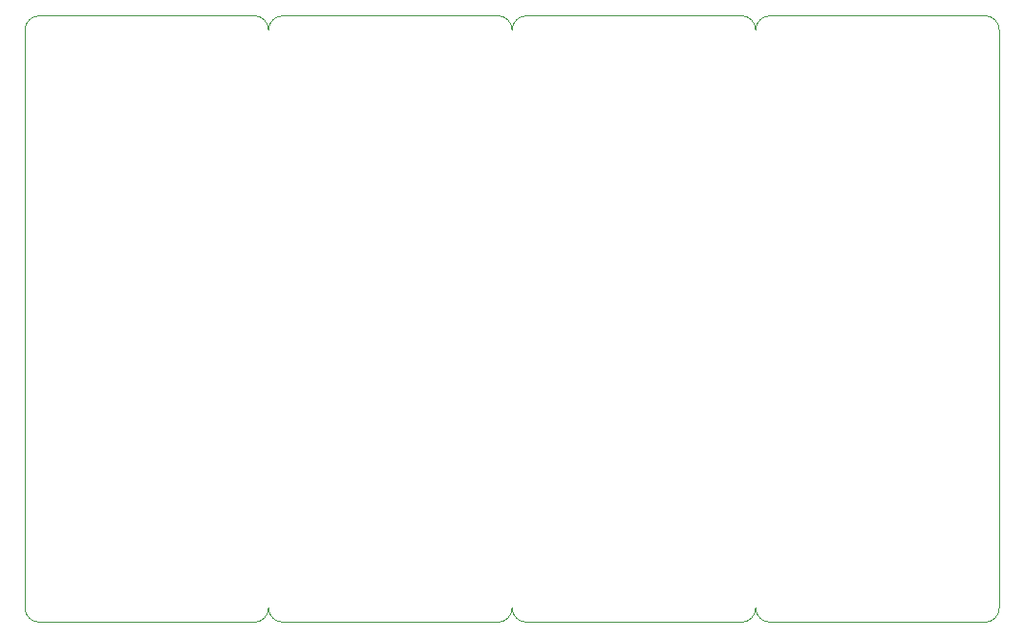
<source format=gbr>
%TF.GenerationSoftware,KiCad,Pcbnew,7.0.5*%
%TF.CreationDate,2025-02-11T02:47:10-05:00*%
%TF.ProjectId,ssr_load_switch,7373725f-6c6f-4616-945f-737769746368,rev?*%
%TF.SameCoordinates,Original*%
%TF.FileFunction,Profile,NP*%
%FSLAX46Y46*%
G04 Gerber Fmt 4.6, Leading zero omitted, Abs format (unit mm)*
G04 Created by KiCad (PCBNEW 7.0.5) date 2025-02-11 02:47:10*
%MOMM*%
%LPD*%
G01*
G04 APERTURE LIST*
%TA.AperFunction,Profile*%
%ADD10C,0.100000*%
%TD*%
G04 APERTURE END LIST*
D10*
X34044074Y-67310000D02*
G75*
G03*
X35314074Y-66040000I1J1269999D01*
G01*
X13724074Y-66040000D02*
G75*
G03*
X14994074Y-67310000I1269999J-1D01*
G01*
X35314074Y-14815000D02*
G75*
G03*
X34044074Y-13545000I-1269999J1D01*
G01*
X14994074Y-13545000D02*
G75*
G03*
X13724074Y-14815000I-1J-1269999D01*
G01*
X13724074Y-14815000D02*
X13724074Y-66040000D01*
X34044074Y-13545000D02*
X14994074Y-13545000D01*
X14994074Y-67310000D02*
X34044074Y-67310000D01*
X55634074Y-67310000D02*
G75*
G03*
X56904074Y-66040000I1J1269999D01*
G01*
X35314074Y-66040000D02*
G75*
G03*
X36584074Y-67310000I1269999J-1D01*
G01*
X56904074Y-14815000D02*
G75*
G03*
X55634074Y-13545000I-1269999J1D01*
G01*
X36584074Y-13545000D02*
G75*
G03*
X35314074Y-14815000I-1J-1269999D01*
G01*
X55634074Y-13545000D02*
X36584074Y-13545000D01*
X36584074Y-67310000D02*
X55634074Y-67310000D01*
X77224074Y-67310000D02*
G75*
G03*
X78494074Y-66040000I1J1269999D01*
G01*
X56904074Y-66040000D02*
G75*
G03*
X58174074Y-67310000I1269999J-1D01*
G01*
X78494074Y-14815000D02*
G75*
G03*
X77224074Y-13545000I-1269999J1D01*
G01*
X58174074Y-13545000D02*
G75*
G03*
X56904074Y-14815000I-1J-1269999D01*
G01*
X77224074Y-13545000D02*
X58174074Y-13545000D01*
X58174074Y-67310000D02*
X77224074Y-67310000D01*
X100084074Y-66040000D02*
X100084074Y-14815000D01*
X79764074Y-67310000D02*
X98814074Y-67310000D01*
X98814074Y-13545000D02*
X79764074Y-13545000D01*
X98814074Y-67310000D02*
G75*
G03*
X100084074Y-66040000I0J1270000D01*
G01*
X78494074Y-66040000D02*
G75*
G03*
X79764074Y-67310000I1270000J0D01*
G01*
X79764074Y-13545000D02*
G75*
G03*
X78494074Y-14815000I0J-1270000D01*
G01*
X100084074Y-14815000D02*
G75*
G03*
X98814074Y-13545000I-1270000J0D01*
G01*
M02*

</source>
